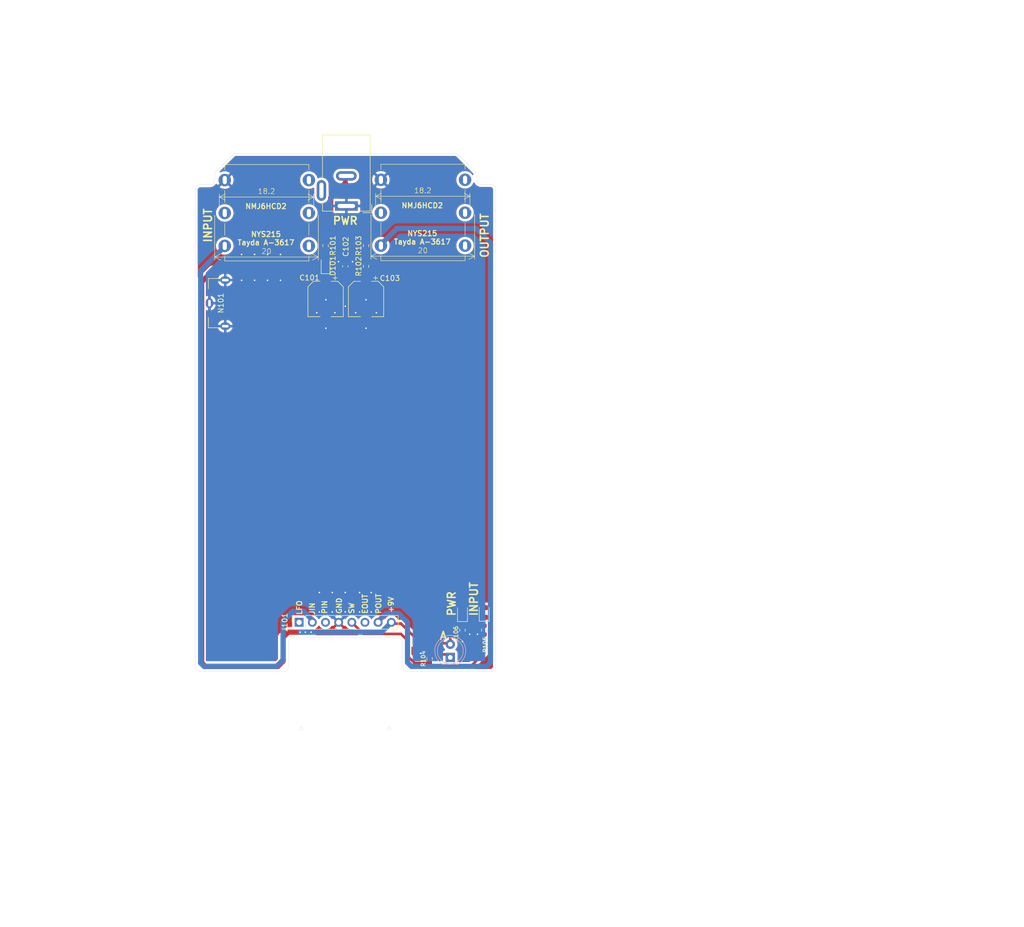
<source format=kicad_pcb>
(kicad_pcb (version 20241229) (generator "pcbnew") (generator_version "9.0")
  (title_block (title "125B Full Board Setup") (rev "1.0"))
  (layers (0 "F.Cu" signal) (2 "B.Cu" signal) (13 "F.Paste" user) (15 "B.Paste" user) (5 "F.SilkS" user "F.Silkscreen") (7 "B.SilkS" user "B.Silkscreen") (1 "F.Mask" user) (3 "B.Mask" user) (25 "Edge.Cuts" user))
  (net 0 "")
  (net 1 "GND")
  (net 2 "+9VA")
  (net 3 "VREF")
  (net 4 "+9V")
  (net 5 "EFFECT_OUT")
  (net 6 "JACK_OUT")
  (net 7 "SW")
  (net 8 "JACK_IN")
  (net 9 "EFFECT_IN")
  (net 10 "/Board Basic Setup/EXT_SWITCH_LED")
  (net 11 "/Board Basic Setup/INT_SWITCH_LED")
  (net 12 "/Board Basic Setup/INT_PWR_LED")
  (net 13 "Net-(D101-A)")
  (net 23 "SENSE")
  (footprint "Capacitor_SMD:C_0603_1608Metric" (layer "F.Cu") (at 110 64.8 90)
    (property "Reference" "C102" (at 3.8 0.1 90) (layer "F.SilkS"))
    (property "Value" "100nF")
    (fp_line (start -0.14058 -0.51) (end 0.14058 -0.51) (stroke (width 0.12)) (layer "F.SilkS"))
    (fp_line (start -0.14058 0.51) (end 0.14058 0.51) (stroke (width 0.12)) (layer "F.SilkS"))
    (pad "1" smd roundrect (at -0.775 0 90) (size 0.9 0.95) (layers "F.Cu" "F.Mask" "F.Paste") (net 2 "+9VA"))
    (pad "2" smd roundrect (at 0.775 0 90) (size 0.9 0.95) (layers "F.Cu" "F.Mask" "F.Paste") (net 1 "GND"))
  )
  (footprint "Effects_Footprints:Neutrik_NMJ6HCD2" (layer "F.Cu") (at 86.75 60.85 90)
    (property "Reference" "J102" (hide yes))
    (property "Value" "Input" (hide yes))
    (property "Control" "INPUT" (at 3.95 -3.25 90) (layer "F.SilkS") (effects (font (size 1.5 1.5) (thickness 0.3) (bold yes))))
    (fp_line (start 15.7 0) (end 14.7 0) (stroke (width 0.1)) (layer "F.SilkS"))
    (fp_line (start 15.7 0) (end 15.7 16.23) (stroke (width 0.1)) (layer "F.SilkS"))
    (fp_line (start 8.35 0) (end 10.7 0) (stroke (width 0.1)) (layer "F.SilkS"))
    (fp_line (start 2 0) (end 4.35 0) (stroke (width 0.1)) (layer "F.SilkS"))
    (fp_line (start -2 0) (end -2.91 0) (stroke (width 0.1)) (layer "F.SilkS"))
    (fp_line (start -2.91 0) (end -2.91 16.23) (stroke (width 0.1)) (layer "F.SilkS"))
    (fp_line (start 15.7 16.23) (end 14.7 16.23) (stroke (width 0.1)) (layer "F.SilkS"))
    (fp_line (start 8.35 16.23) (end 10.7 16.23) (stroke (width 0.1)) (layer "F.SilkS"))
    (fp_line (start 2 16.23) (end 4.35 16.23) (stroke (width 0.1)) (layer "F.SilkS"))
    (fp_line (start -2 16.23) (end -2.91 16.23) (stroke (width 0.1)) (layer "F.SilkS"))
    (pad "R" thru_hole oval (at 6.35 0 90) (size 2.4 2.4) (drill oval 1.6 0.8) (layers "*.Cu" "*.Mask"))
    (pad "RN" thru_hole oval (at 6.35 16.23 90) (size 2.4 2.4) (drill oval 1.6 0.8) (layers "*.Cu" "*.Mask"))
    (pad "S" thru_hole oval (at 12.7 0 90) (size 2.4 2.4) (drill oval 1.6 0.8) (layers "*.Cu" "*.Mask") (net 1 "GND"))
    (pad "SN" thru_hole oval (at 12.7 16.23 90) (size 2.4 2.4) (drill oval 1.6 0.8) (layers "*.Cu" "*.Mask"))
    (pad "T" thru_hole oval (at 0 0 90) (size 2.4 2.4) (drill oval 1.6 0.8) (layers "*.Cu" "*.Mask") (net 8 "JACK_IN"))
    (pad "TN" thru_hole oval (at 0 16.23 90) (size 2.4 2.4) (drill oval 1.6 0.8) (layers "*.Cu" "*.Mask"))
  )
  (footprint "Capacitor_SMD:CP_Elec_6.3x9.9" (layer "F.Cu") (at 114 71.1 -90)
    (property "Reference" "C103" (at -4 -4.6 180) (layer "F.SilkS"))
    (property "Value" "100uF")
    (fp_line (start -2.345563 3.41) (end 3.41 3.41) (stroke (width 0.12)) (layer "F.SilkS"))
    (fp_line (start 3.41 3.41) (end 3.41 1.06) (stroke (width 0.12)) (layer "F.SilkS"))
    (fp_line (start -3.41 2.345563) (end -2.345563 3.41) (stroke (width 0.12)) (layer "F.SilkS"))
    (fp_line (start -3.41 2.345563) (end -3.41 1.06) (stroke (width 0.12)) (layer "F.SilkS"))
    (fp_line (start -4.4375 -1.8475) (end -3.65 -1.8475) (stroke (width 0.12)) (layer "F.SilkS"))
    (fp_line (start -4.04375 -2.24125) (end -4.04375 -1.45375) (stroke (width 0.12)) (layer "F.SilkS"))
    (fp_line (start -3.41 -2.345563) (end -3.41 -1.06) (stroke (width 0.12)) (layer "F.SilkS"))
    (fp_line (start -3.41 -2.345563) (end -2.345563 -3.41) (stroke (width 0.12)) (layer "F.SilkS"))
    (fp_line (start -2.345563 -3.41) (end 3.41 -3.41) (stroke (width 0.12)) (layer "F.SilkS"))
    (fp_line (start 3.41 -3.41) (end 3.41 -1.06) (stroke (width 0.12)) (layer "F.SilkS"))
    (pad "1" smd roundrect (at -2.8 0 270) (size 3.5 1.6) (layers "F.Cu" "F.Mask" "F.Paste") (roundrect_rratio 0.15625) (net 3 "VREF"))
    (pad "2" smd roundrect (at 2.8 0 270) (size 3.5 1.6) (layers "F.Cu" "F.Mask" "F.Paste") (roundrect_rratio 0.15625) (net 1 "GND"))
  )
  (footprint "Diode_SMD:D_SOD-323" (layer "F.Cu") (at 106.2 64.6 90)
    (property "Reference" "D101" (at -0.1 1.4 270) (layer "F.SilkS"))
    (property "Value" "1N5819")
    (fp_line (start -1.61 -0.85) (end 1.05 -0.85) (stroke (width 0.12)) (layer "F.SilkS"))
    (fp_line (start -1.61 -0.85) (end -1.61 0.85) (stroke (width 0.12)) (layer "F.SilkS"))
    (fp_line (start -1.61 0.85) (end 1.05 0.85) (stroke (width 0.12)) (layer "F.SilkS"))
    (pad "1" smd roundrect (at -1.05 0 90) (size 0.6 0.45) (layers "F.Cu" "F.Mask" "F.Paste") (net 2 "+9VA"))
    (pad "2" smd roundrect (at 1.05 0 90) (size 0.6 0.45) (layers "F.Cu" "F.Mask" "F.Paste") (net 13 "Net-(D101-A)"))
  )
  (footprint "Effects_Footprints:Neutrik_NMJ6HCD2" (layer "F.Cu") (at 116.87 60.8 90)
    (property "Reference" "J103" (hide yes))
    (property "Value" "Output" (hide yes))
    (property "Control" "OUTPUT" (at 1.95 20 90) (layer "F.SilkS") (effects (font (size 1.5 1.5) (thickness 0.3) (bold yes))))
    (fp_line (start 15.7 0) (end 14.7 0) (stroke (width 0.1)) (layer "F.SilkS"))
    (fp_line (start 15.7 0) (end 15.7 16.23) (stroke (width 0.1)) (layer "F.SilkS"))
    (fp_line (start 8.35 0) (end 10.7 0) (stroke (width 0.1)) (layer "F.SilkS"))
    (fp_line (start 2 0) (end 4.35 0) (stroke (width 0.1)) (layer "F.SilkS"))
    (fp_line (start -2 0) (end -2.91 0) (stroke (width 0.1)) (layer "F.SilkS"))
    (fp_line (start -2.91 0) (end -2.91 16.23) (stroke (width 0.1)) (layer "F.SilkS"))
    (fp_line (start 15.7 16.23) (end 14.7 16.23) (stroke (width 0.1)) (layer "F.SilkS"))
    (fp_line (start 8.35 16.23) (end 10.7 16.23) (stroke (width 0.1)) (layer "F.SilkS"))
    (fp_line (start 2 16.23) (end 4.35 16.23) (stroke (width 0.1)) (layer "F.SilkS"))
    (fp_line (start -2 16.23) (end -2.91 16.23) (stroke (width 0.1)) (layer "F.SilkS"))
    (pad "R" thru_hole oval (at 6.35 0 90) (size 2.4 2.4) (drill oval 1.6 0.8) (layers "*.Cu" "*.Mask"))
    (pad "RN" thru_hole oval (at 6.35 16.23 90) (size 2.4 2.4) (drill oval 1.6 0.8) (layers "*.Cu" "*.Mask"))
    (pad "S" thru_hole oval (at 12.7 0 90) (size 2.4 2.4) (drill oval 1.6 0.8) (layers "*.Cu" "*.Mask") (net 1 "GND"))
    (pad "SN" thru_hole oval (at 12.7 16.23 90) (size 2.4 2.4) (drill oval 1.6 0.8) (layers "*.Cu" "*.Mask"))
    (pad "T" thru_hole oval (at 0 0 90) (size 2.4 2.4) (drill oval 1.6 0.8) (layers "*.Cu" "*.Mask") (net 6 "JACK_OUT"))
    (pad "TN" thru_hole oval (at 0 16.23 90) (size 2.4 2.4) (drill oval 1.6 0.8) (layers "*.Cu" "*.Mask"))
  )
  (footprint "Resistor_SMD:R_0603_1608Metric" (layer "F.Cu") (at 136.8 135 -90)
    (property "Reference" "R105" (at 2.8 -0.2 90) (layer "F.SilkS") (effects (font (size 0.8 0.8))))
    (property "Value" "10k")
    (fp_line (start -0.237258 0.5225) (end 0.237258 0.5225) (stroke (width 0.12)) (layer "F.SilkS"))
    (fp_line (start -0.237258 -0.5225) (end 0.237258 -0.5225) (stroke (width 0.12)) (layer "F.SilkS"))
    (pad "1" smd roundrect (at -0.825 0 270) (size 0.8 0.95) (layers "F.Cu" "F.Mask" "F.Paste") (net 11 "/Board Basic Setup/INT_SWITCH_LED"))
    (pad "2" smd roundrect (at 0.825 0 270) (size 0.8 0.95) (layers "F.Cu" "F.Mask" "F.Paste") (net 7 "SW"))
  )
  (footprint "Resistor_SMD:R_0603_1608Metric" (layer "F.Cu") (at 114 60.825 90)
    (property "Reference" "R103" (at 0 -1.43 90) (layer "F.SilkS"))
    (property "Value" "10k")
    (fp_line (start -0.237258 -0.5225) (end 0.237258 -0.5225) (stroke (width 0.12)) (layer "F.SilkS"))
    (fp_line (start -0.237258 0.5225) (end 0.237258 0.5225) (stroke (width 0.12)) (layer "F.SilkS"))
    (pad "1" smd roundrect (at -0.825 0 90) (size 0.8 0.95) (layers "F.Cu" "F.Mask" "F.Paste") (net 3 "VREF"))
    (pad "2" smd roundrect (at 0.825 0 90) (size 0.8 0.95) (layers "F.Cu" "F.Mask" "F.Paste") (net 1 "GND"))
  )
  (footprint "LED_SMD:LED_0805_2012Metric" (layer "F.Cu") (at 132.6 131.6625 90)
    (property "Reference" "D104" (hide yes))
    (property "Value" "LED")
    (property "Control" "PWR" (at 1.7625 -2.1 90) (layer "F.SilkS") (effects (font (size 1.5 1.5) (thickness 0.3))))
    (fp_line (start 1 -0.96) (end -1.685 -0.96) (stroke (width 0.12)) (layer "F.SilkS"))
    (fp_line (start -1.685 -0.96) (end -1.685 0.96) (stroke (width 0.12)) (layer "F.SilkS"))
    (fp_line (start -1.685 0.96) (end 1 0.96) (stroke (width 0.12)) (layer "F.SilkS"))
    (pad "1" smd roundrect (at -0.9375 0 90) (size 0.975 1.4) (layers "F.Cu" "F.Mask" "F.Paste") (net 12 "/Board Basic Setup/INT_PWR_LED"))
    (pad "2" smd roundrect (at 0.9375 0 90) (size 0.975 1.4) (layers "F.Cu" "F.Mask" "F.Paste") (net 2 "+9VA"))
  )
  (footprint "Capacitor_SMD:CP_Elec_6.3x5.9" (layer "F.Cu") (at 106.2 71.1 -90)
    (property "Reference" "C101" (at -4.1 3.1 180) (layer "F.SilkS"))
    (property "Value" "100uF")
    (fp_line (start -2.345563 3.41) (end 3.41 3.41) (stroke (width 0.12)) (layer "F.SilkS"))
    (fp_line (start 3.41 3.41) (end 3.41 1.06) (stroke (width 0.12)) (layer "F.SilkS"))
    (fp_line (start -3.41 2.345563) (end -2.345563 3.41) (stroke (width 0.12)) (layer "F.SilkS"))
    (fp_line (start -3.41 2.345563) (end -3.41 1.06) (stroke (width 0.12)) (layer "F.SilkS"))
    (fp_line (start -4.4375 -1.8475) (end -3.65 -1.8475) (stroke (width 0.12)) (layer "F.SilkS"))
    (fp_line (start -4.04375 -2.24125) (end -4.04375 -1.45375) (stroke (width 0.12)) (layer "F.SilkS"))
    (fp_line (start -3.41 -2.345563) (end -3.41 -1.06) (stroke (width 0.12)) (layer "F.SilkS"))
    (fp_line (start -3.41 -2.345563) (end -2.345563 -3.41) (stroke (width 0.12)) (layer "F.SilkS"))
    (fp_line (start -2.345563 -3.41) (end 3.41 -3.41) (stroke (width 0.12)) (layer "F.SilkS"))
    (fp_line (start 3.41 -3.41) (end 3.41 -1.06) (stroke (width 0.12)) (layer "F.SilkS"))
    (pad "1" smd roundrect (at -2.8 0 270) (size 3.5 1.6) (layers "F.Cu" "F.Mask" "F.Paste") (roundrect_rratio 0.15625) (net 2 "+9VA"))
    (pad "2" smd roundrect (at 2.8 0 270) (size 3.5 1.6) (layers "F.Cu" "F.Mask" "F.Paste") (roundrect_rratio 0.15625) (net 1 "GND"))
  )
  (footprint "Resistor_SMD:R_0603_1608Metric" (layer "F.Cu") (at 106.2 60.8 90)
    (property "Reference" "R101" (at 0 1.4 90) (layer "F.SilkS"))
    (property "Value" "10R")
    (fp_line (start -0.237258 -0.5225) (end 0.237258 -0.5225) (stroke (width 0.12)) (layer "F.SilkS"))
    (fp_line (start -0.237258 0.5225) (end 0.237258 0.5225) (stroke (width 0.12)) (layer "F.SilkS"))
    (pad "1" smd roundrect (at -0.825 0 90) (size 0.8 0.95) (layers "F.Cu" "F.Mask" "F.Paste") (net 13 "Net-(D101-A)"))
    (pad "2" smd roundrect (at 0.825 0 90) (size 0.8 0.95) (layers "F.Cu" "F.Mask" "F.Paste") (net 4 "+9V"))
  )
  (footprint "LED_SMD:LED_0805_2012Metric" (layer "F.Cu") (at 136.8 131.6 90)
    (property "Reference" "D103" (hide yes))
    (property "Value" "LED")
    (fp_line (start 1 -0.96) (end -1.685 -0.96) (stroke (width 0.12)) (layer "F.SilkS"))
    (fp_line (start -1.685 -0.96) (end -1.685 0.96) (stroke (width 0.12)) (layer "F.SilkS"))
    (fp_line (start -1.685 0.96) (end 1 0.96) (stroke (width 0.12)) (layer "F.SilkS"))
    (pad "1" smd roundrect (at -0.9375 0 90) (size 0.975 1.4) (layers "F.Cu" "F.Mask" "F.Paste") (net 11 "/Board Basic Setup/INT_SWITCH_LED"))
    (pad "2" smd roundrect (at 0.9375 0 90) (size 0.975 1.4) (layers "F.Cu" "F.Mask" "F.Paste") (net 2 "+9VA"))
  )
  (footprint "Battery:BatteryHolder_Keystone_590" (layer "F.Cu") (at 83.8 71.9 -90)
    (property "Reference" "N101" (at 0 -2.2 90) (layer "F.SilkS"))
    (property "Value" "Housing_Pad")
    (fp_line (start -4.75 0.2) (end -2.75 0.2) (stroke (width 0.12)) (layer "F.SilkS"))
    (fp_line (start 4.75 0.2) (end 2.75 0.2) (stroke (width 0.12)) (layer "F.SilkS"))
    (fp_line (start -4.75 -2) (end -4.75 0.2) (stroke (width 0.12)) (layer "F.SilkS"))
    (fp_line (start 4.75 -2) (end 4.75 0.2) (stroke (width 0.12)) (layer "F.SilkS"))
    (pad "1" thru_hole oval (at -4.445 -3.05) (size 1.9 1.4) (drill oval 1.3 0.5) (layers "*.Cu" "*.Mask") (net 1 "GND"))
    (pad "1" thru_hole oval (at 0 0 270) (size 1.9 1.4) (drill oval 1.3 0.5) (layers "*.Cu" "*.Mask") (net 1 "GND"))
    (pad "1" thru_hole oval (at 4.445 -3.05) (size 1.9 1.4) (drill oval 1.3 0.5) (layers "*.Cu" "*.Mask") (net 1 "GND"))
  )
  (footprint "Resistor_SMD:R_0603_1608Metric" (layer "F.Cu") (at 132.6 135 -90)
    (property "Reference" "R106" (at 0.75 1.25 90) (layer "F.SilkS") (effects (font (size 0.8 0.8))))
    (property "Value" "10k")
    (fp_line (start -0.237258 0.5225) (end 0.237258 0.5225) (stroke (width 0.12)) (layer "F.SilkS"))
    (fp_line (start -0.237258 -0.5225) (end 0.237258 -0.5225) (stroke (width 0.12)) (layer "F.SilkS"))
    (pad "1" smd roundrect (at -0.825 0 270) (size 0.8 0.95) (layers "F.Cu" "F.Mask" "F.Paste") (net 12 "/Board Basic Setup/INT_PWR_LED"))
    (pad "2" smd roundrect (at 0.825 0 270) (size 0.8 0.95) (layers "F.Cu" "F.Mask" "F.Paste") (net 1 "GND"))
  )
  (footprint "Resistor_SMD:R_0603_1608Metric" (layer "F.Cu") (at 114 64.8 90)
    (property "Reference" "R102" (at 0 -1.43 90) (layer "F.SilkS"))
    (property "Value" "10k")
    (fp_line (start -0.237258 -0.5225) (end 0.237258 -0.5225) (stroke (width 0.12)) (layer "F.SilkS"))
    (fp_line (start -0.237258 0.5225) (end 0.237258 0.5225) (stroke (width 0.12)) (layer "F.SilkS"))
    (pad "1" smd roundrect (at -0.825 0 90) (size 0.8 0.95) (layers "F.Cu" "F.Mask" "F.Paste") (net 2 "+9VA"))
    (pad "2" smd roundrect (at 0.825 0 90) (size 0.8 0.95) (layers "F.Cu" "F.Mask" "F.Paste") (net 3 "VREF"))
  )
  (footprint "Connector_PinSocket_2.54mm:PinSocket_1x08_P2.54mm_Vertical" (layer "F.Cu") (at 101.1 133.5 90)
    (property "Reference" "J101" (at 0 -2.77 90) (layer "F.SilkS"))
    (property "Value" "Conn_01x08_Pin")
    (fp_line (start 1.33 -1.33) (end 1.33 0) (stroke (width 0.12)) (layer "F.SilkS"))
    (fp_line (start 0 -1.33) (end 1.33 -1.33) (stroke (width 0.12)) (layer "F.SilkS"))
    (fp_line (start 1.33 1.27) (end 1.33 19.11) (stroke (width 0.12)) (layer "F.SilkS"))
    (fp_line (start -1.33 1.27) (end 1.33 1.27) (stroke (width 0.12)) (layer "F.SilkS"))
    (fp_line (start -1.33 1.27) (end -1.33 19.11) (stroke (width 0.12)) (layer "F.SilkS"))
    (fp_line (start -1.33 19.11) (end 1.33 19.11) (stroke (width 0.12)) (layer "F.SilkS"))
    (pad "1" thru_hole rect (at 0 0 90) (size 1.7 1.7) (drill 1) (layers "*.Cu" "*.Mask") (net 23 "SENSE"))
    (pad "2" thru_hole circle (at 0 2.54 90) (size 1.7 1.7) (drill 1) (layers "*.Cu" "*.Mask") (net 8 "JACK_IN"))
    (pad "3" thru_hole circle (at 0 5.08 90) (size 1.7 1.7) (drill 1) (layers "*.Cu" "*.Mask") (net 9 "EFFECT_IN"))
    (pad "4" thru_hole circle (at 0 7.62 90) (size 1.7 1.7) (drill 1) (layers "*.Cu" "*.Mask") (net 1 "GND"))
    (pad "5" thru_hole circle (at 0 10.16 90) (size 1.7 1.7) (drill 1) (layers "*.Cu" "*.Mask") (net 7 "SW"))
    (pad "6" thru_hole circle (at 0 12.7 90) (size 1.7 1.7) (drill 1) (layers "*.Cu" "*.Mask") (net 5 "EFFECT_OUT"))
    (pad "7" thru_hole circle (at 0 15.24 90) (size 1.7 1.7) (drill 1) (layers "*.Cu" "*.Mask") (net 6 "JACK_OUT"))
    (pad "8" thru_hole circle (at 0 17.78 90) (size 1.7 1.7) (drill 1) (layers "*.Cu" "*.Mask") (net 2 "+9VA"))
  )
  (footprint "Resistor_SMD:R_0603_1608Metric" (layer "F.Cu") (at 126.2525 140.525835 -90)
    (property "Reference" "R104" (at 0 1.2 90) (layer "F.SilkS") (effects (font (size 0.8 0.8))))
    (property "Value" "10k")
    (fp_line (start -0.237258 0.5225) (end 0.237258 0.5225) (stroke (width 0.12)) (layer "F.SilkS"))
    (fp_line (start -0.237258 -0.5225) (end 0.237258 -0.5225) (stroke (width 0.12)) (layer "F.SilkS"))
    (pad "1" smd roundrect (at -0.825 0 270) (size 0.8 0.95) (layers "F.Cu" "F.Mask" "F.Paste") (net 10 "/Board Basic Setup/EXT_SWITCH_LED"))
    (pad "2" smd roundrect (at 0.825 0 270) (size 0.8 0.95) (layers "F.Cu" "F.Mask" "F.Paste") (net 7 "SW"))
  )
  (footprint "Connector_BarrelJack:BarrelJack_Wuerth_6941xx301002" (layer "F.Cu") (at 110.2 53.15 180)
    (property "Reference" "J104" (hide yes))
    (property "Value" "Power")
    (property "Control" "PWR" (at 0.2 -2.85 0) (layer "F.SilkS") (effects (font (size 1.5 1.5) (thickness 0.3))))
    (fp_line (start 4.6 13.7) (end -4.6 13.7) (stroke (width 0.12)) (layer "F.SilkS"))
    (fp_line (start 4.6 5.2) (end 4.6 13.7) (stroke (width 0.12)) (layer "F.SilkS"))
    (fp_line (start 4.6 -1) (end 4.6 0.8) (stroke (width 0.12)) (layer "F.SilkS"))
    (fp_line (start 2.5 -1) (end 4.6 -1) (stroke (width 0.12)) (layer "F.SilkS"))
    (fp_line (start -3.2 -1.3) (end -4.9 -1.3) (stroke (width 0.12)) (layer "F.SilkS"))
    (fp_line (start -4.6 13.7) (end -4.6 -1) (stroke (width 0.12)) (layer "F.SilkS"))
    (fp_line (start -4.6 -1) (end -2.5 -1) (stroke (width 0.12)) (layer "F.SilkS"))
    (fp_line (start -4.9 -1.3) (end -4.9 0.3) (stroke (width 0.12)) (layer "F.SilkS"))
    (pad "1" thru_hole rect (at 0 0 180) (size 4.4 1.8) (drill oval 3.4 0.8) (layers "*.Cu" "*.Mask") (net 1 "GND"))
    (pad "2" thru_hole oval (at 0 5.8 180) (size 4 1.8) (drill oval 3 0.8) (layers "*.Cu" "*.Mask") (net 4 "+9V"))
    (pad "3" thru_hole oval (at 4.8 3 270) (size 4 1.8) (drill oval 3 0.8) (property pad_prop_mechanical) (layers "*.Cu" "*.Mask"))
  )
  (footprint "LED_THT:LED_D5.0mm" (layer "B.Cu") (at 130.25 140.275 90)
    (property "Reference" "D102" (hide yes))
    (property "Value" "LED")
    (fp_line (start -1.29 1.545) (end -1.29 -1.545) (stroke (width 0.12)) (layer "B.SilkS"))
    (fp_arc (start -1.29 -1.54483) (mid 2.071779 -2.880495) (end 4.26 0) (stroke (width 0.12)) (layer "B.SilkS"))
    (fp_arc (start 4.26 0) (mid 2.071779 2.880495) (end -1.29 1.54483) (stroke (width 0.12)) (layer "B.SilkS"))
    (fp_circle (center 1.27 0) (end 3.77 0) (stroke (width 0.12)) (fill no) (layer "B.SilkS"))
    (pad "1" thru_hole rect (at 0 0 90) (size 1.8 1.8) (drill 0.9) (layers "*.Cu" "*.Mask") (net 10 "/Board Basic Setup/EXT_SWITCH_LED"))
    (pad "2" thru_hole circle (at 2.54 0 90) (size 1.8 1.8) (drill 0.9) (layers "*.Cu" "*.Mask") (net 2 "+9VA"))
  )
  (gr_line (start 134.957107 46.457107) (end 131.792893 43.292893) (stroke (width 0.05)) (layer "Edge.Cuts"))
  (gr_line (start 84.8 47.164214) (end 84.8 48.05) (stroke (width 0.05)) (layer "Edge.Cuts"))
  (gr_arc (start 82.05 143) (mid 81.342893 142.707107) (end 81.05 142) (stroke (width 0.05)) (layer "Edge.Cuts"))
  (gr_line (start 122 143) (end 138 143) (stroke (width 0.05)) (layer "Edge.Cuts"))
  (gr_arc (start 120 136.5) (mid 120.707107 136.792893) (end 121 137.5) (stroke (width 0.05)) (layer "Edge.Cuts"))
  (gr_arc (start 99.05 142) (mid 98.757107 142.707107) (end 98.05 143) (stroke (width 0.05)) (layer "Edge.Cuts"))
  (gr_line (start 99.05 142) (end 99.05 137.5) (stroke (width 0.05)) (layer "Edge.Cuts"))
  (gr_arc (start 138 49) (mid 138.707107 49.292893) (end 139 50) (stroke (width 0.05)) (layer "Edge.Cuts"))
  (gr_circle (center 118.45 153.95) (end 118.45 153.65) (stroke (width 0.05)) (fill no) (layer "Edge.Cuts"))
  (gr_line (start 138 49) (end 136.25 49) (stroke (width 0.05)) (layer "Edge.Cuts"))
  (gr_line (start 100.05 136.5) (end 120 136.5) (stroke (width 0.05)) (layer "Edge.Cuts"))
  (gr_arc (start 131.085786 43) (mid 131.468472 43.076116) (end 131.792893 43.292893) (stroke (width 0.05)) (layer "Edge.Cuts"))
  (gr_arc (start 136.25 49) (mid 135.542893 48.707107) (end 135.25 48) (stroke (width 0.05)) (layer "Edge.Cuts"))
  (gr_line (start 83.8 49.05) (end 82.05 49.05) (stroke (width 0.05)) (layer "Edge.Cuts"))
  (gr_line (start 88.257107 43.292893) (end 85.092893 46.457107) (stroke (width 0.05)) (layer "Edge.Cuts"))
  (gr_circle (center 101.5 154) (end 101.5 153.7) (stroke (width 0.05)) (fill no) (layer "Edge.Cuts"))
  (gr_arc (start 84.8 47.164214) (mid 84.87612 46.781531) (end 85.092893 46.457107) (stroke (width 0.05)) (layer "Edge.Cuts"))
  (gr_arc (start 139 142) (mid 138.707107 142.707107) (end 138 143) (stroke (width 0.05)) (layer "Edge.Cuts"))
  (gr_arc (start 122 143) (mid 121.292893 142.707107) (end 121 142) (stroke (width 0.05)) (layer "Edge.Cuts"))
  (gr_arc (start 88.257107 43.292893) (mid 88.58153 43.07612) (end 88.964214 43) (stroke (width 0.05)) (layer "Edge.Cuts"))
  (gr_line (start 135.25 48) (end 135.25 47.164214) (stroke (width 0.05)) (layer "Edge.Cuts"))
  (gr_line (start 81.05 50.05) (end 81.05 142) (stroke (width 0.05)) (layer "Edge.Cuts"))
  (gr_line (start 82.05 143) (end 98.05 143) (stroke (width 0.05)) (layer "Edge.Cuts"))
  (gr_arc (start 99.05 137.5) (mid 99.342893 136.792893) (end 100.05 136.5) (stroke (width 0.05)) (layer "Edge.Cuts"))
  (gr_line (start 131.085786 43) (end 88.964214 43) (stroke (width 0.05)) (layer "Edge.Cuts"))
  (gr_line (start 139 142) (end 139 50) (stroke (width 0.05)) (layer "Edge.Cuts"))
  (gr_arc (start 81.05 50.05) (mid 81.342893 49.342893) (end 82.05 49.05) (stroke (width 0.05)) (layer "Edge.Cuts"))
  (gr_arc (start 134.957107 46.457107) (mid 135.17388 46.78153) (end 135.25 47.164214) (stroke (width 0.05)) (layer "Edge.Cuts"))
  (gr_line (start 121 137.5) (end 121 142) (stroke (width 0.05)) (layer "Edge.Cuts"))
  (gr_arc (start 84.8 48.05) (mid 84.507107 48.757107) (end 83.8 49.05) (stroke (width 0.05)) (layer "Edge.Cuts"))
  (gr_text "EOUT" (at 114.4 131.95 90) (layer "F.SilkS") (effects (font (size 1 1) (thickness 0.2) (bold yes)) (justify left bottom)))
  (gr_text "NYS215\nTayda A-3617" (at 124.85 60.65 0) (layer "F.SilkS") (effects (font (size 1 1) (thickness 0.2) (bold yes)) (justify bottom)))
  (gr_text "PIN" (at 106.6 131.95 90) (layer "F.SilkS") (effects (font (size 1 1) (thickness 0.2) (bold yes)) (justify left bottom)))
  (gr_text "+9V" (at 119.4 131.75 90) (layer "F.SilkS") (effects (font (size 1 1) (thickness 0.2) (bold yes)) (justify left bottom)))
  (gr_text "NYS215\nTayda A-3617" (at 94.7 60.8 0) (layer "F.SilkS") (effects (font (size 1 1) (thickness 0.2) (bold yes)) (justify bottom)))
  (gr_text "SW" (at 111.8 131.95 90) (layer "F.SilkS") (effects (font (size 1 1) (thickness 0.2) (bold yes)) (justify left bottom)))
  (gr_text "NMJ6HCD2" (at 124.85 53.65 0) (layer "F.SilkS") (effects (font (size 1 1) (thickness 0.2) (bold yes)) (justify bottom)))
  (gr_text "JIN" (at 104.2 132.15 90) (layer "F.SilkS") (effects (font (size 1 1) (thickness 0.2) (bold yes)) (justify left bottom)))
  (gr_text "NMJ6HCD2" (at 94.7 53.8 0) (layer "F.SilkS") (effects (font (size 1 1) (thickness 0.2) (bold yes)) (justify bottom)))
  (gr_text "LFO" (at 101.74 132.15 90) (layer "F.SilkS") (effects (font (size 1 1) (thickness 0.2) (bold yes)) (justify left bottom)))
  (gr_text "INPUT" (at 134.8 129 90) (layer "F.SilkS") (effects (font (size 1.5 1.5) (thickness 0.3))))
  (gr_text "GND" (at 109.4 131.95 90) (layer "F.SilkS") (effects (font (size 1 1) (thickness 0.2) (bold yes)) (justify left bottom)))
  (gr_text "A" (at 128.9 136.1 0) (layer "F.SilkS") (effects (font (size 1.5 1.5) (thickness 0.3))))
  (gr_text "POUT" (at 117 131.95 90) (layer "F.SilkS") (effects (font (size 1 1) (thickness 0.2) (bold yes)) (justify left bottom)))
  (dimension (type orthogonal) (layer "F.SilkS") (pts (xy 84.8 54.45) (xy 104.8 54.45)) (height 8.55) (orientation 0) (format (prefix "") (suffix "") (units 3) (units_format 0) (precision 4) (suppress_zeroes yes)) (style (thickness 0.1) (arrow_length 1.27) (text_position_mode 0) (arrow_direction outward) (extension_height 0.58642) (extension_offset 0.5) (keep_text_aligned yes)) (gr_text "20" (at 94.8 61.9 0) (layer "F.SilkS") (effects (font (size 1 1) (thickness 0.1)))))
  (dimension (type orthogonal) (layer "F.SilkS") (pts (xy 115.85 54.4) (xy 134.05 54.4)) (height -3.125) (orientation 0) (format (prefix "") (suffix "") (units 3) (units_format 0) (precision 4) (suppress_zeroes yes)) (style (thickness 0.1) (arrow_length 1.27) (text_position_mode 0) (arrow_direction outward) (extension_height 0.58642) (extension_offset 0.5) (keep_text_aligned yes)) (gr_text "18.2" (at 124.95 50.175 0) (layer "F.SilkS") (effects (font (size 1 1) (thickness 0.1)))))
  (dimension (type orthogonal) (layer "F.SilkS") (pts (xy 114.95 54.3) (xy 134.95 54.3)) (height 8.55) (orientation 0) (format (prefix "") (suffix "") (units 3) (units_format 0) (precision 4) (suppress_zeroes yes)) (style (thickness 0.1) (arrow_length 1.27) (text_position_mode 0) (arrow_direction outward) (extension_height 0.58642) (extension_offset 0.5) (keep_text_aligned yes)) (gr_text "20" (at 124.95 61.75 0) (layer "F.SilkS") (effects (font (size 1 1) (thickness 0.1)))))
  (dimension (type orthogonal) (layer "F.SilkS") (pts (xy 85.7 54.55) (xy 103.9 54.55)) (height -3.125) (orientation 0) (format (prefix "") (suffix "") (units 3) (units_format 0) (precision 4) (suppress_zeroes yes)) (style (thickness 0.1) (arrow_length 1.27) (text_position_mode 0) (arrow_direction outward) (extension_height 0.58642) (extension_offset 0.5) (keep_text_aligned yes)) (gr_text "18.2" (at 94.8 50.325 0) (layer "F.SilkS") (effects (font (size 1 1) (thickness 0.1)))))
  (via (at 108 73.75) (size 0.6) (drill 0.3) (layers "F.Cu" "B.Cu") (net 1))
  (via (at 116 73.75) (size 0.6) (drill 0.3) (layers "F.Cu" "B.Cu") (net 1))
  (via (at 110 131.5) (size 0.6) (drill 0.3) (layers "F.Cu" "B.Cu") (net 1))
  (via (at 106.25 76.75) (size 0.6) (drill 0.3) (layers "F.Cu" "B.Cu") (net 1))
  (via (at 95 62.5) (size 0.6) (drill 0.3) (layers "F.Cu" "B.Cu") (net 1))
  (via (at 112 73.75) (size 0.6) (drill 0.3) (layers "F.Cu" "B.Cu") (net 1))
  (via (at 115 131.5) (size 0.6) (drill 0.3) (layers "F.Cu" "B.Cu") (net 1))
  (via (at 92.5 67.5) (size 0.6) (drill 0.3) (layers "F.Cu" "B.Cu") (net 1))
  (via (at 114 71.25) (size 0.6) (drill 0.3) (layers "F.Cu" "B.Cu") (net 1))
  (via (at 111.4 63.9) (size 0.6) (drill 0.3) (layers "F.Cu" "B.Cu") (net 1))
  (via (at 112.75 127.75) (size 0.6) (drill 0.3) (layers "F.Cu" "B.Cu") (net 1))
  (via (at 104.5 73.75) (size 0.6) (drill 0.3) (layers "F.Cu" "B.Cu") (net 1))
  (via (at 106.25 71.25) (size 0.6) (drill 0.3) (layers "F.Cu" "B.Cu") (net 1))
  (via (at 112.75 131.5) (size 0.6) (drill 0.3) (layers "F.Cu" "B.Cu") (net 1))
  (via (at 108.7 63.9) (size 0.6) (drill 0.3) (layers "F.Cu" "B.Cu") (net 1))
  (via (at 92.5 62.5) (size 0.6) (drill 0.3) (layers "F.Cu" "B.Cu") (net 1))
  (via (at 132.6 137.2) (size 0.6) (drill 0.3) (layers "F.Cu" "B.Cu") (net 1))
  (via (at 107.5 131.5) (size 0.6) (drill 0.3) (layers "F.Cu" "B.Cu") (net 1))
  (via (at 114 76.75) (size 0.6) (drill 0.3) (layers "F.Cu" "B.Cu") (net 1))
  (via (at 90 62.5) (size 0.6) (drill 0.3) (layers "F.Cu" "B.Cu") (net 1))
  (via (at 90 67.5) (size 0.6) (drill 0.3) (layers "F.Cu" "B.Cu") (net 1))
  (via (at 110 72.5) (size 0.6) (drill 0.3) (layers "F.Cu" "B.Cu") (net 1))
  (via (at 124.5 139.5) (size 0.6) (drill 0.3) (layers "F.Cu" "B.Cu") (net 1))
  (via (at 105 131.5) (size 0.6) (drill 0.3) (layers "F.Cu" "B.Cu") (net 1))
  (via (at 105 127.75) (size 0.6) (drill 0.3) (layers "F.Cu" "B.Cu") (net 1))
  (via (at 95 67.5) (size 0.6) (drill 0.3) (layers "F.Cu" "B.Cu") (net 1))
  (via (at 134 135.8) (size 0.6) (drill 0.3) (layers "F.Cu" "B.Cu") (net 1))
  (via (at 107.5 127.75) (size 0.6) (drill 0.3) (layers "F.Cu" "B.Cu") (net 1))
  (via (at 97.5 67.5) (size 0.6) (drill 0.3) (layers "F.Cu" "B.Cu") (net 1))
  (via (at 135.5 135.8) (size 0.6) (drill 0.3) (layers "F.Cu" "B.Cu") (net 1))
  (via (at 115 127.75) (size 0.6) (drill 0.3) (layers "F.Cu" "B.Cu") (net 1))
  (via (at 97.5 62.5) (size 0.6) (drill 0.3) (layers "F.Cu" "B.Cu") (net 1))
  (via (at 110 127.75) (size 0.6) (drill 0.3) (layers "F.Cu" "B.Cu") (net 1))
  (segment (start 132.6 130.725) (end 130.25 133.075) (width 0.5) (layer "F.Cu") (net 2))
  (segment (start 82.3 141.3) (end 82.999 141.999) (width 1) (layer "F.Cu") (net 2))
  (segment (start 130.25 137.535) (end 123.285 137.535) (width 0.5) (layer "F.Cu") (net 2))
  (segment (start 110.45 65.625) (end 110.4 65.575) (width 1) (layer "F.Cu") (net 2))
  (segment (start 82.999 141.999) (end 97.001 141.999) (width 1) (layer "F.Cu") (net 2))
  (segment (start 98.8 135.6) (end 99 135.4) (width 1) (layer "F.Cu") (net 2))
  (segment (start 114 65.625) (end 110.45 65.625) (width 1) (layer "F.Cu") (net 2))
  (segment (start 113.975 65.65) (end 114 65.625) (width 1) (layer "F.Cu") (net 2))
  (segment (start 102.3 135.4) (end 103.4 135.4) (width 1) (layer "F.Cu") (net 2))
  (segment (start 120.75 133.75) (end 119.63 133.75) (width 0.5) (layer "F.Cu") (net 2))
  (segment (start 130.25 133.075) (end 130.25 137.535) (width 0.5) (layer "F.Cu") (net 2))
  (segment (start 97.001 141.999) (end 98 141) (width 1) (layer "F.Cu") (net 2))
  (segment (start 101.3 135.4) (end 102.3 135.4) (width 1) (layer "F.Cu") (net 2))
  (segment (start 98 136.4) (end 98.8 135.6) (width 1) (layer "F.Cu") (net 2))
  (segment (start 132.6 130.725) (end 136.7375 130.725) (width 0.5) (layer "F.Cu") (net 2))
  (segment (start 106.2 65.65) (end 84.45 65.65) (width 1) (layer "F.Cu") (net 2))
  (segment (start 98 141) (end 98 136.4) (width 1) (layer "F.Cu") (net 2))
  (segment (start 110.4 65.575) (end 109.9 65.575) (width 1) (layer "F.Cu") (net 2))
  (segment (start 99 135.4) (end 101.3 135.4) (width 1) (layer "F.Cu") (net 2))
  (segment (start 82.3 67.8) (end 82.3 141.3) (width 1) (layer "F.Cu") (net 2))
  (segment (start 123.25 137.5) (end 123.25 136.25) (width 0.5) (layer "F.Cu") (net 2))
  (segment (start 123.285 137.535) (end 123.25 137.5) (width 0.5) (layer "F.Cu") (net 2))
  (segment (start 123.25 136.25) (end 120.75 133.75) (width 0.5) (layer "F.Cu") (net 2))
  (segment (start 84.45 65.65) (end 82.3 67.8) (width 1) (layer "F.Cu") (net 2))
  (via (at 101.3 135.4) (size 0.6) (drill 0.3) (layers "F.Cu" "B.Cu") (net 2))
  (via (at 102.3 135.4) (size 0.6) (drill 0.3) (layers "F.Cu" "B.Cu") (net 2))
  (via (at 103.4 135.4) (size 0.6) (drill 0.3) (layers "F.Cu" "B.Cu") (net 2))
  (segment (start 116.98 135.4) (end 118.88 133.5) (width 1) (layer "B.Cu") (net 2))
  (segment (start 101.3 135.4) (end 116.98 135.4) (width 1) (layer "B.Cu") (net 2))
  (segment (start 114 61.65) (end 114 63.5) (width 1) (layer "F.Cu") (net 3))
  (segment (start 114 63.5) (end 114 63.975) (width 1) (layer "F.Cu") (net 3))
  (segment (start 114 63.5) (end 115.200999 64.700999) (width 1) (layer "F.Cu") (net 3))
  (segment (start 115.200999 64.700999) (end 115.200999 67.099001) (width 1) (layer "F.Cu") (net 3))
  (segment (start 115.200999 67.099001) (end 114 68.3) (width 1) (layer "F.Cu") (net 3))
  (segment (start 114 63.975) (end 114.175 63.975) (width 1) (layer "F.Cu") (net 3))
  (segment (start 110 48.75) (end 107.2 51.55) (width 1) (layer "F.Cu") (net 4))
  (segment (start 110 48.6) (end 110 48.75) (width 1) (layer "F.Cu") (net 4))
  (segment (start 107.2 58.975) (end 106.2 59.975) (width 1) (layer "F.Cu") (net 4))
  (segment (start 107.2 51.55) (end 107.2 58.975) (width 1) (layer "F.Cu") (net 4))
  (segment (start 122 133.5) (end 122 141.25) (width 1) (layer "B.Cu") (net 6))
  (segment (start 116.001 133.75) (end 116.001 133.619) (width 1) (layer "B.Cu") (net 6))
  (segment (start 135.25 57.5) (end 119.95 57.5) (width 1) (layer "B.Cu") (net 6))
  (segment (start 122 141.25) (end 122.75 142) (width 1) (layer "B.Cu") (net 6))
  (segment (start 116.001 133.619) (end 117.87 131.75) (width 1) (layer "B.Cu") (net 6))
  (segment (start 137.25 142) (end 137.999 141.251) (width 1) (layer "B.Cu") (net 6))
  (segment (start 120.25 131.75) (end 122 133.5) (width 1) (layer "B.Cu") (net 6))
  (segment (start 137.999 60.249) (end 135.25 57.5) (width 1) (layer "B.Cu") (net 6))
  (segment (start 122.75 142) (end 137.25 142) (width 1) (layer "B.Cu") (net 6))
  (segment (start 119.95 57.5) (end 117 60.45) (width 1) (layer "B.Cu") (net 6))
  (segment (start 137.999 141.251) (end 137.999 60.249) (width 1) (layer "B.Cu") (net 6))
  (segment (start 117.87 131.75) (end 120.25 131.75) (width 1) (layer "B.Cu") (net 6))
  (segment (start 122 137) (end 122 140) (width 0.5) (layer "F.Cu") (net 7))
  (segment (start 122 140) (end 123.350835 141.350835) (width 0.5) (layer "F.Cu") (net 7))
  (segment (start 111.26 133.5) (end 113.489644 135.729644) (width 0.5) (layer "F.Cu") (net 7))
  (segment (start 113.489644 135.729644) (end 120.729644 135.729644) (width 0.5) (layer "F.Cu") (net 7))
  (segment (start 125.8 141.350835) (end 126.349165 141.9) (width 0.5) (layer "F.Cu") (net 7))
  (segment (start 134.3 141.9) (end 136.8 139.4) (width 0.5) (layer "F.Cu") (net 7))
  (segment (start 125.8 141.350835) (end 126.2525 141.350835) (width 0.5) (layer "F.Cu") (net 7))
  (segment (start 123.350835 141.350835) (end 125.8 141.350835) (width 0.5) (layer "F.Cu") (net 7))
  (segment (start 136.8 139.4) (end 136.8 135.825) (width 0.5) (layer "F.Cu") (net 7))
  (segment (start 126.349165 141.9) (end 134.3 141.9) (width 0.5) (layer "F.Cu") (net 7))
  (segment (start 120.729644 135.729644) (end 122 137) (width 0.5) (layer "F.Cu") (net 7))
  (segment (start 101.992095 131.392095) (end 103.585 132.985) (width 1) (layer "B.Cu") (net 8))
  (segment (start 82.1 141.35) (end 82.1 65.6) (width 1) (layer "B.Cu") (net 8))
  (segment (start 97.999 133.251) (end 99.857905 131.392095) (width 1) (layer "B.Cu") (net 8))
  (segment (start 82.1 65.6) (end 86.75 60.95) (width 1) (layer "B.Cu") (net 8))
  (segment (start 97.75 141) (end 97.999 140.751) (width 1) (layer "B.Cu") (net 8))
  (segment (start 82.75 142) (end 82.1 141.35) (width 1) (layer "B.Cu") (net 8))
  (segment (start 98 140.75) (end 97.999 140.749) (width 1) (layer "B.Cu") (net 8))
  (segment (start 97.999 140.749) (end 97.999 133.251) (width 1) (layer "B.Cu") (net 8))
  (segment (start 97.75 141) (end 96.75 142) (width 1) (layer "B.Cu") (net 8))
  (segment (start 97.75 141) (end 98 140.75) (width 1) (layer "B.Cu") (net 8))
  (segment (start 99.857905 131.392095) (end 101.992095 131.392095) (width 1) (layer "B.Cu") (net 8))
  (segment (start 103.585 132.985) (end 103.585 133.335) (width 1) (layer "B.Cu") (net 8))
  (segment (start 96.75 142) (end 82.75 142) (width 1) (layer "B.Cu") (net 8))
  (segment (start 126.2525 139.700835) (end 129.875835 139.700835) (width 0.5) (layer "F.Cu") (net 10))
  (segment (start 136.8 134.175) (end 136.8 132.5375) (width 0.5) (layer "F.Cu") (net 11))
  (segment (start 132.6 134.175) (end 132.6 132.6) (width 0.5) (layer "F.Cu") (net 12))
  (segment (start 106.2 61.625) (end 106.2 63.55) (width 1) (layer "F.Cu") (net 13))
  (zone (net 2) (net_name "+9VA") (layer "F.Cu") (priority 1) (connect_pads thru_hole_only (clearance 0.5)) (min_thickness 0.25) (fill yes (thermal_gap 0.5) (thermal_bridge_width 0.5))
    (polygon (pts (xy 111.2 66.4) (xy 107.5 70.1) (xy 104.8 70.1) (xy 104.8 64.8) (xy 104.9 64.7) (xy 111.2 64.7)))
  )
  (zone (net 1) (net_name "GND") (layers "F.Cu" "B.Cu") (connect_pads (clearance 0.5)) (min_thickness 0.25) (fill yes (thermal_gap 0.5) (thermal_bridge_width 0.5))
    (polygon (pts (xy 81 43) (xy 138.8 43) (xy 139 43.2) (xy 139 143.05) (xy 81 143.05)))
  )
)
</source>
